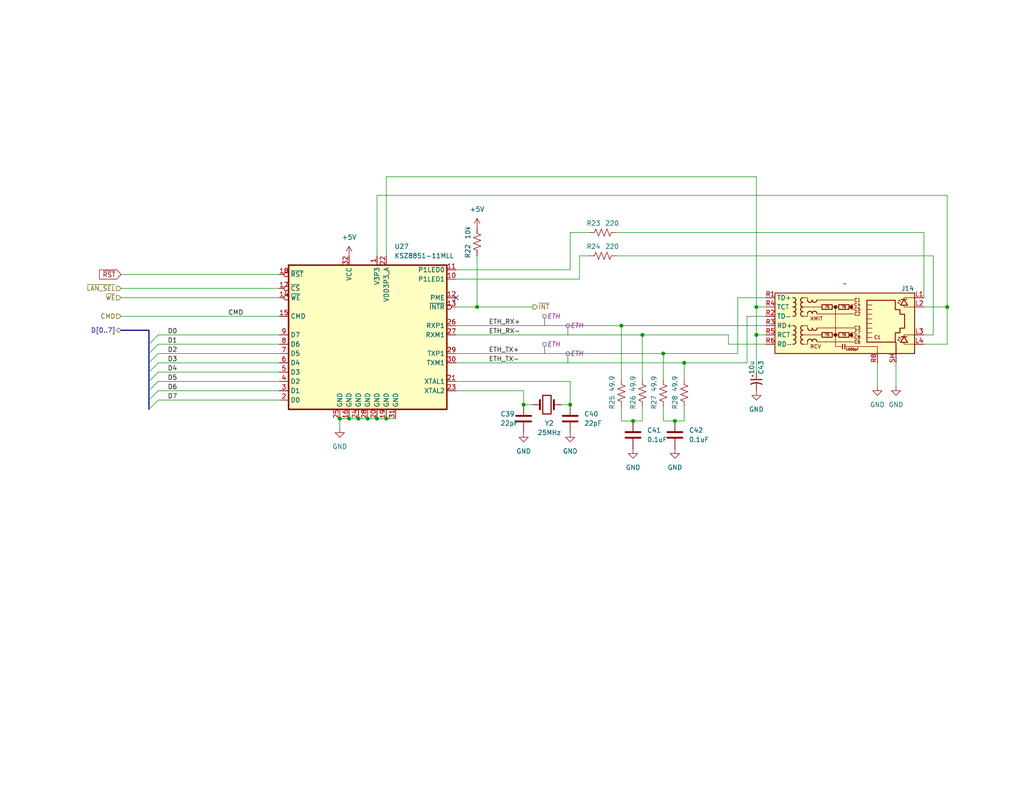
<source format=kicad_sch>
(kicad_sch (version 20231120) (generator "eeschema") (generator_version "8.0")
  (paper "A")
  (title_block (title "Anachron uATX Ethernet Interface") (date "2024-02-07") (company "Modular Circuits"))
  (lib_symbols
    (symbol "Connector:RJ45_Amphenol_RJMG1BD3B8K1ANR"
      (property "Reference" "J" (at 18.415 10.16 0))
      (property "Value" "RJ45_Amphenol_RJMG1BD3B8K1ANR" (at -19.05 10.16 0))
      (symbol "RJ45_Amphenol_RJMG1BD3B8K1ANR_0_0"
        (circle (center -1.27 -2.54) (radius 0.0001) (stroke (width 0.508)))
        (circle (center -1.27 5.08) (radius 0.0001) (stroke (width 0.508)))
        (polyline (pts (xy -1.27 5.08) (xy -1.27 -5.715)))
        (polyline (pts (xy 0.635 -5.08) (xy 0.635 -6.35)) (stroke (width 0.254)))
        (polyline (pts (xy 1.27 -5.08) (xy 1.27 -6.35)) (stroke (width 0.254)))
        (polyline (pts (xy 3.048 -2.54) (xy 2.54 -2.54)))
        (polyline (pts (xy 3.048 5.08) (xy 2.54 5.08)))
        (polyline (pts (xy 17.399 -3.175) (xy 17.399 -2.54) (xy 20.32 -2.54)))
        (polyline (pts (xy 17.399 6.985) (xy 17.399 7.62) (xy 20.32 7.62)))
        (polyline (pts (xy 20.32 -5.08) (xy 17.399 -5.08) (xy 17.399 -4.572)))
        (polyline (pts (xy 20.32 5.08) (xy 17.399 5.08) (xy 17.399 5.588)))
        (polyline (pts (xy 3.683 -1.905) (xy 3.048 -1.905) (xy 3.048 -3.175) (xy 3.683 -3.175)))
        (polyline (pts (xy 3.683 5.715) (xy 3.048 5.715) (xy 3.048 4.445) (xy 3.683 4.445)))
        (circle (center 3.048 -2.54) (radius 0.0001) (stroke (width 0.508)))
        (circle (center 3.048 5.08) (radius 0.0001) (stroke (width 0.508)))
        (text "C1" (at 4.699 6.985 0) (effects (font (size 0.889 0.889))))
        (text "C1" (at 10.16 -3.175 0) (effects (font (size 0.889 0.889))))
        (text "C2" (at 4.699 3.175 0) (effects (font (size 0.889 0.889))))
        (text "C3" (at 4.699 -0.635 0) (effects (font (size 0.889 0.889))))
        (text "C4" (at 4.699 5.715 0) (effects (font (size 0.889 0.889))))
        (text "C5" (at 4.699 4.445 0) (effects (font (size 0.889 0.889))))
        (text "C6" (at 4.699 -4.445 0) (effects (font (size 0.889 0.889))))
        (text "C7" (at 4.699 -1.905 0) (effects (font (size 0.889 0.889))))
        (text "C8" (at 4.699 -3.175 0) (effects (font (size 0.889 0.889))))
        (text "RCV" (at -8.255 -5.715 0) (effects (font (size 1.016 1.016)) (justify left)))
        (text "XMIT" (at -8.255 1.905 0) (effects (font (size 1.016 1.016)) (justify left)))
      )
      (symbol "RJ45_Amphenol_RJMG1BD3B8K1ANR_0_1"
        (rectangle (start -17.78 8.89) (end 20.32 -7.62) (stroke (width 0.254)) (fill (type background)))
        (polyline (pts (xy -12.7 -5.08) (xy -13.081 -5.08)))
        (polyline (pts (xy -12.7 -2.54) (xy -13.081 -2.54)))
        (polyline (pts (xy -12.7 0) (xy -13.081 0)))
        (polyline (pts (xy -12.7 2.54) (xy -13.081 2.54)))
        (polyline (pts (xy -12.7 5.08) (xy -13.081 5.08)))
        (polyline (pts (xy -12.7 7.62) (xy -13.081 7.62)))
        (polyline (pts (xy -6.35 -4.445) (xy 3.683 -4.445)))
        (polyline (pts (xy -6.35 3.175) (xy 3.683 3.175)))
        (polyline (pts (xy -6.35 6.985) (xy 3.683 6.985)))
        (polyline (pts (xy -6.223 -0.635) (xy 3.683 -0.635)))
        (polyline (pts (xy -5.08 -2.54) (xy -10.16 -2.54)))
        (polyline (pts (xy -4.953 5.08) (xy -10.16 5.08)))
        (polyline (pts (xy -2.159 -2.54) (xy -0.381 -2.54)))
        (polyline (pts (xy -2.159 5.08) (xy -0.381 5.08)))
        (polyline (pts (xy 0.635 -5.715) (xy -1.27 -5.715)))
        (polyline (pts (xy 7.4295 -1.9685) (xy 8.6995 -1.9685)))
        (polyline (pts (xy 7.4295 -0.6985) (xy 8.6995 -0.6985)))
        (polyline (pts (xy 7.4295 0.5715) (xy 8.6995 0.5715)))
        (polyline (pts (xy 7.4295 1.8415) (xy 8.6995 1.8415)))
        (polyline (pts (xy 7.4295 3.1115) (xy 8.6995 3.1115)))
        (polyline (pts (xy 8.6995 -3.2385) (xy 7.4295 -3.2385)))
        (polyline (pts (xy 8.6995 4.3815) (xy 7.4295 4.3815)))
        (polyline (pts (xy 8.6995 5.6515) (xy 7.4295 5.6515)))
        (polyline (pts (xy 10.16 -5.715) (xy 1.27 -5.715)))
        (polyline (pts (xy 10.16 -5.715) (xy 10.16 -7.62)))
        (polyline (pts (xy -10.16 0) (xy -8.89 0) (xy -8.89 -0.635)))
        (polyline (pts (xy -10.16 7.62) (xy -8.89 7.62) (xy -8.89 6.985)))
        (polyline (pts (xy -8.89 -4.445) (xy -8.89 -5.08) (xy -10.16 -5.08)))
        (polyline (pts (xy -8.89 3.175) (xy -8.89 2.54) (xy -10.16 2.54)))
      )
      (symbol "RJ45_Amphenol_RJMG1BD3B8K1ANR_1_0"
        (text "1000pF" (at 3.302 -6.477 0) (effects (font (size 0.635 0.635))))
      )
      (symbol "RJ45_Amphenol_RJMG1BD3B8K1ANR_1_1"
        (arc (start -12.7 -1.27) (mid -12.0677 -0.635) (end -12.7 0) (stroke (width 0.254)))
        (arc (start -12.6973 -5.08) (mid -12.065 -4.445) (end -12.6973 -3.81) (stroke (width 0.254)))
        (arc (start -12.6973 -3.81) (mid -12.065 -3.175) (end -12.6973 -2.54) (stroke (width 0.254)))
        (arc (start -12.6973 -2.54) (mid -12.065 -1.905) (end -12.6973 -1.27) (stroke (width 0.254)))
        (arc (start -12.6973 6.35) (mid -12.065 6.985) (end -12.6973 7.62) (stroke (width 0.254)))
        (arc (start -12.6946 2.54) (mid -12.0623 3.175) (end -12.6946 3.81) (stroke (width 0.254)))
        (arc (start -12.6946 3.81) (mid -12.0623 4.445) (end -12.6946 5.08) (stroke (width 0.254)))
        (arc (start -12.6946 5.08) (mid -12.0623 5.715) (end -12.6946 6.35) (stroke (width 0.254)))
        (arc (start -10.1654 -2.54) (mid -10.7977 -3.175) (end -10.1654 -3.81) (stroke (width 0.254)))
        (arc (start -10.1654 -1.27) (mid -10.7977 -1.905) (end -10.1654 -2.54) (stroke (width 0.254)))
        (arc (start -10.1654 0) (mid -10.7977 -0.635) (end -10.1654 -1.27) (stroke (width 0.254)))
        (arc (start -10.1654 5.08) (mid -10.7977 4.445) (end -10.1654 3.81) (stroke (width 0.254)))
        (arc (start -10.1654 6.35) (mid -10.7977 5.715) (end -10.1654 5.08) (stroke (width 0.254)))
        (arc (start -10.1654 7.62) (mid -10.7977 6.985) (end -10.1654 6.35) (stroke (width 0.254)))
        (arc (start -10.1627 -3.81) (mid -10.795 -4.445) (end -10.1627 -5.08) (stroke (width 0.254)))
        (arc (start -10.1627 3.81) (mid -10.795 3.175) (end -10.1627 2.54) (stroke (width 0.254)))
        (arc (start -8.89 6.9823) (mid -8.255 6.35) (end -7.62 6.9823) (stroke (width 0.254)))
        (arc (start -8.8265 -0.7012) (mid -8.1915 -1.3335) (end -7.5565 -0.7012) (stroke (width 0.254)))
        (arc (start -7.62 -4.3153) (mid -8.255 -3.683) (end -8.89 -4.3153) (stroke (width 0.254)))
        (arc (start -7.62 3.3047) (mid -8.255 3.937) (end -8.89 3.3047) (stroke (width 0.254)))
        (arc (start -7.62 6.985) (mid -6.985 6.3527) (end -6.35 6.985) (stroke (width 0.254)))
        (arc (start -7.5565 -0.6985) (mid -6.9215 -1.3308) (end -6.2865 -0.6985) (stroke (width 0.254)))
        (arc (start -6.35 -4.3126) (mid -6.985 -3.6803) (end -7.62 -4.3126) (stroke (width 0.254)))
        (arc (start -6.35 3.3074) (mid -6.985 3.9397) (end -7.62 3.3074) (stroke (width 0.254)))
        (rectangle (start -4.953 -1.905) (end -2.159 -3.175) (stroke (width 0.254)))
        (rectangle (start -4.953 5.715) (end -2.159 4.445) (stroke (width 0.254)))
        (rectangle (start -0.381 -1.905) (end 2.413 -3.175) (stroke (width 0.254)))
        (rectangle (start -0.381 5.715) (end 2.413 4.445) (stroke (width 0.254)))
        (polyline (pts (xy 15.24 -7.62) (xy 15.24 -4.572)) (stroke (width 0.254)))
        (polyline (pts (xy 15.748 -3.81) (xy 15.748 -4.064)))
        (polyline (pts (xy 15.748 6.35) (xy 15.748 6.096)))
        (polyline (pts (xy 16.002 -3.175) (xy 16.002 -3.429)))
        (polyline (pts (xy 16.002 6.985) (xy 16.002 6.731)))
        (polyline (pts (xy 16.637 -3.048) (xy 18.161 -3.048)) (stroke (width 0.254)))
        (polyline (pts (xy 16.637 7.112) (xy 18.161 7.112)) (stroke (width 0.254)))
        (polyline (pts (xy 16.256 -4.318) (xy 15.748 -3.81) (xy 16.002 -3.81)))
        (polyline (pts (xy 16.256 5.842) (xy 15.748 6.35) (xy 16.002 6.35)))
        (polyline (pts (xy 16.51 -3.683) (xy 16.002 -3.175) (xy 16.256 -3.175)))
        (polyline (pts (xy 16.51 6.477) (xy 16.002 6.985) (xy 16.256 6.985)))
        (polyline (pts (xy 16.51 -4.572) (xy 18.415 -4.572) (xy 17.399 -3.048) (xy 16.51 -4.572)) (stroke (width 0.254)))
        (polyline (pts (xy 16.51 5.588) (xy 18.415 5.588) (xy 17.399 7.112) (xy 16.51 5.588)) (stroke (width 0.254)))
        (polyline (pts (xy 7.3025 -4.5085) (xy 7.3025 6.9215) (xy 15.0495 6.9215) (xy 15.0495 4.3815) (xy 16.3195 4.3815) (xy 16.3195 3.1115) (xy 17.5895 3.1115) (xy 17.5895 -0.6985) (xy 16.3195 -0.6985) (xy 16.3195 -1.9685) (xy 15.0495 -1.9685) (xy 15.0495 -4.5085) (xy 7.3025 -4.5085)) (stroke (width 0.254)))
        (text "75" (at -3.556 -2.54 0) (effects (font (size 0.635 0.635))))
        (text "75" (at -3.556 5.08 0) (effects (font (size 0.635 0.635))))
        (text "75" (at 1.016 -2.54 0) (effects (font (size 0.635 0.635))))
        (text "75" (at 1.016 5.08 0) (effects (font (size 0.635 0.635))))
        (pin passive line (at 22.86 7.62 180) (length 2.54) (name "") (number "L1"))
        (pin passive line (at 22.86 5.08 180) (length 2.54) (name "") (number "L2"))
        (pin passive line (at 22.86 -2.54 180) (length 2.54) (name "") (number "L3"))
        (pin passive line (at 22.86 -5.08 180) (length 2.54) (name "") (number "L4"))
        (pin passive line (at -20.32 7.62 0) (length 2.54) (name "TD+") (number "R1"))
        (pin passive line (at -20.32 2.54 0) (length 2.54) (name "TD-") (number "R2"))
        (pin passive line (at -20.32 0 0) (length 2.54) (name "RD+") (number "R3"))
        (pin passive line (at -20.32 5.08 0) (length 2.54) (name "TCT") (number "R4"))
        (pin passive line (at -20.32 -2.54 0) (length 2.54) (name "RCT") (number "R5"))
        (pin passive line (at -20.32 -5.08 0) (length 2.54) (name "RD-") (number "R6"))
        (pin no_connect line (at 20.32 0 0) (length 0) hide (name "NC") (number "R7"))
        (pin power_in line (at 10.16 -10.16 90) (length 2.54) (name "") (number "R8"))
        (pin passive line (at 15.24 -10.16 90) (length 2.54) (name "") (number "SH"))
      )
    )
    (symbol "Device:C" (pin_numbers hide) (pin_names (offset 0.254))
      (property "Reference" "C" (at 0.635 2.54 0))
      (property "Value" "C" (at 0.635 -2.54 0))
      (symbol "C_0_1"
        (polyline (pts (xy -2.032 -0.762) (xy 2.032 -0.762)) (stroke (width 0.508)))
        (polyline (pts (xy -2.032 0.762) (xy 2.032 0.762)) (stroke (width 0.508)))
      )
      (symbol "C_1_1"
        (pin passive line (at 0 3.81 270) (length 2.794) (name "~") (number "1"))
        (pin passive line (at 0 -3.81 90) (length 2.794) (name "~") (number "2"))
      )
    )
    (symbol "Device:C_Polarized_Small_US" (pin_numbers hide) (pin_names (offset 0.254) hide)
      (property "Reference" "C" (at 0.254 1.778 0))
      (property "Value" "C_Polarized_Small_US" (at 0.254 -2.032 0))
      (symbol "C_Polarized_Small_US_0_1"
        (polyline (pts (xy -1.524 0.508) (xy 1.524 0.508)) (stroke (width 0.3048)))
        (polyline (pts (xy -1.27 1.524) (xy -0.762 1.524)))
        (polyline (pts (xy -1.016 1.27) (xy -1.016 1.778)))
        (arc (start 1.524 -0.762) (mid 0 -0.3734) (end -1.524 -0.762) (stroke (width 0.3048)))
      )
      (symbol "C_Polarized_Small_US_1_1"
        (pin passive line (at 0 2.54 270) (length 2.032) (name "~") (number "1"))
        (pin passive line (at 0 -2.54 90) (length 2.032) (name "~") (number "2"))
      )
    )
    (symbol "Device:Crystal" (pin_numbers hide) (pin_names (offset 1.016) hide)
      (property "Reference" "Y" (at 0 3.81 0))
      (property "Value" "Crystal" (at 0 -3.81 0))
      (symbol "Crystal_0_1"
        (rectangle (start -1.143 2.54) (end 1.143 -2.54) (stroke (width 0.3048)))
        (polyline (pts (xy -2.54 0) (xy -1.905 0)))
        (polyline (pts (xy -1.905 -1.27) (xy -1.905 1.27)) (stroke (width 0.508)))
        (polyline (pts (xy 1.905 -1.27) (xy 1.905 1.27)) (stroke (width 0.508)))
        (polyline (pts (xy 2.54 0) (xy 1.905 0)))
      )
      (symbol "Crystal_1_1"
        (pin passive line (at -3.81 0 0) (length 1.27) (name "1") (number "1"))
        (pin passive line (at 3.81 0 180) (length 1.27) (name "2") (number "2"))
      )
    )
    (symbol "Device:R_US" (pin_numbers hide) (pin_names (offset 0))
      (property "Reference" "R" (at 2.54 0 90))
      (property "Value" "R_US" (at -2.54 0 90))
      (symbol "R_US_0_1"
        (polyline (pts (xy 0 -2.286) (xy 0 -2.54)))
        (polyline (pts (xy 0 2.286) (xy 0 2.54)))
        (polyline (pts (xy 0 -0.762) (xy 1.016 -1.143) (xy 0 -1.524) (xy -1.016 -1.905) (xy 0 -2.286)))
        (polyline (pts (xy 0 0.762) (xy 1.016 0.381) (xy 0 0) (xy -1.016 -0.381) (xy 0 -0.762)))
        (polyline (pts (xy 0 2.286) (xy 1.016 1.905) (xy 0 1.524) (xy -1.016 1.143) (xy 0 0.762)))
      )
      (symbol "R_US_1_1"
        (pin passive line (at 0 3.81 270) (length 1.27) (name "~") (number "1"))
        (pin passive line (at 0 -3.81 90) (length 1.27) (name "~") (number "2"))
      )
    )
    (symbol "anachron:A1_LAN"
      (property "Reference" "U" (at 1.27 43.18 0))
      (property "Value" "A1_LAN" (at 3.81 40.64 0))
      (symbol "A1_LAN_0_0"
        (rectangle (start 0 39.37) (end 43.18 0) (stroke (width 0.41)) (fill (type background)))
        (pin power_out line (at 24.13 41.91 270) (length 2.54) (name "V3P3") (number "1"))
        (pin bidirectional line (at 45.72 35.56 180) (length 2.54) (name "P1LED1") (number "10"))
        (pin output line (at 45.72 38.1 180) (length 2.54) (name "P1LED0") (number "11"))
        (pin output line (at 45.72 30.48 180) (length 2.54) (name "PME") (number "12"))
        (pin output inverted (at 45.72 27.94 180) (length 2.54) (name "~{INTR}") (number "13"))
        (pin input inverted (at -2.54 30.48 0) (length 2.54) (name "~{WE}") (number "14"))
        (pin input line (at -2.54 25.4 0) (length 2.54) (name "CMD") (number "15"))
        (pin power_in line (at 16.51 -2.54 90) (length 2.54) (name "GND") (number "16"))
        (pin input inverted (at -2.54 33.02 0) (length 2.54) (name "~{CS}") (number "17"))
        (pin power_in line (at 26.67 -2.54 90) (length 2.54) (name "GND") (number "19"))
        (pin bidirectional line (at -2.54 2.54 0) (length 2.54) (name "D0") (number "2"))
        (pin power_in line (at 24.13 -2.54 90) (length 2.54) (name "GND") (number "20"))
        (pin input line (at 45.72 7.62 180) (length 2.54) (name "XTAL1") (number "21"))
        (pin power_out line (at 26.67 41.91 270) (length 2.54) (name "VDD3P3_A") (number "22"))
        (pin output line (at 45.72 5.08 180) (length 2.54) (name "XTAL2") (number "23"))
        (pin power_in line (at 19.05 -2.54 90) (length 2.54) (name "GND") (number "24"))
        (pin power_in line (at 13.97 -2.54 90) (length 2.54) (name "GND") (number "25"))
        (pin bidirectional line (at 45.72 22.86 180) (length 2.54) (name "RXP1") (number "26"))
        (pin bidirectional line (at 45.72 20.32 180) (length 2.54) (name "RXM1") (number "27"))
        (pin power_in line (at 21.59 -2.54 90) (length 2.54) (name "GND") (number "28"))
        (pin bidirectional line (at 45.72 15.24 180) (length 2.54) (name "TXP1") (number "29"))
        (pin bidirectional line (at -2.54 5.08 0) (length 2.54) (name "D1") (number "3"))
        (pin bidirectional line (at 45.72 12.7 180) (length 2.54) (name "TXM1") (number "30"))
        (pin power_in line (at 29.21 -2.54 90) (length 2.54) (name "GND") (number "31"))
        (pin power_in line (at 16.51 41.91 270) (length 2.54) (name "VCC") (number "32"))
        (pin bidirectional line (at -2.54 7.62 0) (length 2.54) (name "D2") (number "4"))
        (pin bidirectional line (at -2.54 10.16 0) (length 2.54) (name "D3") (number "5"))
        (pin bidirectional line (at -2.54 12.7 0) (length 2.54) (name "D4") (number "6"))
        (pin bidirectional line (at -2.54 15.24 0) (length 2.54) (name "D5") (number "7"))
        (pin bidirectional line (at -2.54 17.78 0) (length 2.54) (name "D6") (number "8"))
        (pin bidirectional line (at -2.54 20.32 0) (length 2.54) (name "D7") (number "9"))
      )
      (symbol "A1_LAN_1_0"
        (pin input inverted (at -2.54 36.83 0) (length 2.54) (name "~{RST}") (number "18"))
      )
    )
    (symbol "power:+5V" (power) (pin_names (offset 0))
      (property "Value" "+5V" (at 0 3.556 0))
      (symbol "+5V_0_1"
        (polyline (pts (xy -0.762 1.27) (xy 0 2.54)))
        (polyline (pts (xy 0 0) (xy 0 2.54)))
        (polyline (pts (xy 0 2.54) (xy 0.762 1.27)))
      )
      (symbol "+5V_1_1"
        (pin power_in line (at 0 0 90) (length 0) hide (name "+5V") (number "1"))
      )
    )
    (symbol "power:GND" (power) (pin_names (offset 0))
      (property "Value" "GND" (at 0 -3.81 0))
      (symbol "GND_0_1"
        (polyline (pts (xy 0 0) (xy 0 -1.27) (xy 1.27 -1.27) (xy 0 -2.54) (xy -1.27 -1.27) (xy 0 -1.27)))
      )
      (symbol "GND_1_1"
        (pin power_in line (at 0 0 270) (length 0) hide (name "GND") (number "1"))
      )
    )
  )
  (junction (at 186.69 99.06))
  (junction (at 92.71 114.3))
  (junction (at 105.41 114.3))
  (junction (at 100.33 114.3))
  (junction (at 175.26 91.44))
  (junction (at 206.375 91.44))
  (junction (at 142.875 110.49))
  (junction (at 130.175 83.82))
  (junction (at 184.15 114.935))
  (junction (at 155.575 110.49))
  (junction (at 206.375 83.82))
  (junction (at 169.545 88.9))
  (junction (at 172.72 114.935))
  (junction (at 97.79 114.3))
  (junction (at 180.975 96.52))
  (junction (at 258.445 83.82))
  (junction (at 95.25 114.3))
  (junction (at 102.87 114.3))
  (no_connect (at 124.46 81.28))
  (bus_entry (at 40.64 104.14) (size 2.54 -2.54))
  (bus_entry (at 40.64 109.22) (size 2.54 -2.54))
  (bus_entry (at 40.64 96.52) (size 2.54 -2.54))
  (bus_entry (at 40.64 101.6) (size 2.54 -2.54))
  (bus_entry (at 40.64 106.68) (size 2.54 -2.54))
  (bus_entry (at 40.64 93.98) (size 2.54 -2.54))
  (bus_entry (at 40.64 99.06) (size 2.54 -2.54))
  (bus_entry (at 40.64 111.76) (size 2.54 -2.54))
  (wire (pts (xy 175.26 91.44) (xy 124.46 91.44)))
  (wire (pts (xy 124.46 76.2) (xy 158.115 76.2)))
  (wire (pts (xy 124.46 104.14) (xy 155.575 104.14)))
  (wire (pts (xy 43.18 104.14) (xy 76.2 104.14)))
  (wire (pts (xy 76.2 86.36) (xy 33.02 86.36)))
  (wire (pts (xy 208.915 86.36) (xy 203.835 86.36)))
  (wire (pts (xy 252.095 83.82) (xy 258.445 83.82)))
  (wire (pts (xy 186.69 99.06) (xy 186.69 103.505)))
  (wire (pts (xy 254.635 91.44) (xy 254.635 69.85)))
  (bus (pts (xy 40.64 109.22) (xy 40.64 111.76)))
  (wire (pts (xy 201.295 81.28) (xy 208.915 81.28)))
  (wire (pts (xy 175.26 91.44) (xy 175.26 103.505)))
  (wire (pts (xy 102.87 53.34) (xy 258.445 53.34)))
  (bus (pts (xy 40.64 90.17) (xy 40.64 93.98)))
  (bus (pts (xy 40.64 106.68) (xy 40.64 109.22)))
  (wire (pts (xy 105.41 69.85) (xy 105.41 48.26)))
  (wire (pts (xy 169.545 114.935) (xy 169.545 111.125)))
  (wire (pts (xy 186.69 99.06) (xy 124.46 99.06)))
  (wire (pts (xy 158.115 69.85) (xy 160.655 69.85)))
  (wire (pts (xy 258.445 53.34) (xy 258.445 83.82)))
  (bus (pts (xy 33.02 90.17) (xy 40.64 90.17)))
  (bus (pts (xy 40.64 99.06) (xy 40.64 101.6)))
  (wire (pts (xy 105.41 48.26) (xy 206.375 48.26)))
  (wire (pts (xy 142.875 106.68) (xy 142.875 110.49)))
  (wire (pts (xy 169.545 88.9) (xy 208.915 88.9)))
  (wire (pts (xy 33.02 81.28) (xy 76.2 81.28)))
  (wire (pts (xy 33.02 74.93) (xy 76.2 74.93)))
  (wire (pts (xy 43.18 99.06) (xy 76.2 99.06)))
  (wire (pts (xy 180.975 111.125) (xy 180.975 114.935)))
  (bus (pts (xy 40.64 93.98) (xy 40.64 96.52)))
  (wire (pts (xy 158.115 76.2) (xy 158.115 69.85)))
  (wire (pts (xy 252.095 91.44) (xy 254.635 91.44)))
  (wire (pts (xy 124.46 88.9) (xy 169.545 88.9)))
  (wire (pts (xy 180.975 114.935) (xy 184.15 114.935)))
  (wire (pts (xy 206.375 83.82) (xy 206.375 91.44)))
  (wire (pts (xy 43.18 93.98) (xy 76.2 93.98)))
  (wire (pts (xy 206.375 48.26) (xy 206.375 83.82)))
  (wire (pts (xy 186.69 111.125) (xy 186.69 114.935)))
  (wire (pts (xy 180.975 96.52) (xy 201.295 96.52)))
  (wire (pts (xy 254.635 69.85) (xy 168.275 69.85)))
  (wire (pts (xy 155.575 63.5) (xy 160.655 63.5)))
  (bus (pts (xy 40.64 104.14) (xy 40.64 106.68)))
  (wire (pts (xy 130.175 83.82) (xy 145.415 83.82)))
  (wire (pts (xy 206.375 91.44) (xy 208.915 91.44)))
  (wire (pts (xy 168.275 63.5) (xy 252.095 63.5)))
  (wire (pts (xy 43.18 96.52) (xy 76.2 96.52)))
  (wire (pts (xy 244.475 99.06) (xy 244.475 105.41)))
  (wire (pts (xy 43.18 91.44) (xy 76.2 91.44)))
  (wire (pts (xy 102.87 114.3) (xy 105.41 114.3)))
  (wire (pts (xy 172.72 114.935) (xy 169.545 114.935)))
  (wire (pts (xy 258.445 83.82) (xy 258.445 93.98)))
  (wire (pts (xy 155.575 73.66) (xy 155.575 63.5)))
  (wire (pts (xy 142.875 110.49) (xy 145.415 110.49)))
  (wire (pts (xy 124.46 73.66) (xy 155.575 73.66)))
  (wire (pts (xy 124.46 106.68) (xy 142.875 106.68)))
  (wire (pts (xy 43.18 106.68) (xy 76.2 106.68)))
  (wire (pts (xy 198.755 93.98) (xy 198.755 91.44)))
  (wire (pts (xy 43.18 101.6) (xy 76.2 101.6)))
  (wire (pts (xy 203.835 99.06) (xy 186.69 99.06)))
  (wire (pts (xy 201.295 96.52) (xy 201.295 81.28)))
  (wire (pts (xy 105.41 114.3) (xy 107.95 114.3)))
  (bus (pts (xy 40.64 96.52) (xy 40.64 99.06)))
  (wire (pts (xy 169.545 88.9) (xy 169.545 103.505)))
  (wire (pts (xy 239.395 99.06) (xy 239.395 105.41)))
  (wire (pts (xy 208.915 93.98) (xy 198.755 93.98)))
  (wire (pts (xy 124.46 83.82) (xy 130.175 83.82)))
  (wire (pts (xy 175.26 111.125) (xy 175.26 114.935)))
  (wire (pts (xy 130.175 69.85) (xy 130.175 83.82)))
  (wire (pts (xy 33.02 78.74) (xy 76.2 78.74)))
  (bus (pts (xy 40.64 101.6) (xy 40.64 104.14)))
  (wire (pts (xy 43.18 109.22) (xy 76.2 109.22)))
  (wire (pts (xy 206.375 101.6) (xy 206.375 91.44)))
  (wire (pts (xy 124.46 96.52) (xy 180.975 96.52)))
  (wire (pts (xy 175.26 114.935) (xy 172.72 114.935)))
  (wire (pts (xy 97.79 114.3) (xy 100.33 114.3)))
  (wire (pts (xy 203.835 86.36) (xy 203.835 99.06)))
  (wire (pts (xy 198.755 91.44) (xy 175.26 91.44)))
  (wire (pts (xy 206.375 83.82) (xy 208.915 83.82)))
  (wire (pts (xy 153.035 110.49) (xy 155.575 110.49)))
  (wire (pts (xy 155.575 104.14) (xy 155.575 110.49)))
  (wire (pts (xy 95.25 114.3) (xy 97.79 114.3)))
  (wire (pts (xy 92.71 116.84) (xy 92.71 114.3)))
  (wire (pts (xy 180.975 96.52) (xy 180.975 103.505)))
  (wire (pts (xy 102.87 69.85) (xy 102.87 53.34)))
  (wire (pts (xy 252.095 93.98) (xy 258.445 93.98)))
  (wire (pts (xy 92.71 114.3) (xy 95.25 114.3)))
  (wire (pts (xy 252.095 63.5) (xy 252.095 81.28)))
  (wire (pts (xy 100.33 114.3) (xy 102.87 114.3)))
  (wire (pts (xy 186.69 114.935) (xy 184.15 114.935)))
  (label "D7" (at 45.72 109.22 0))
  (label "D1" (at 45.72 93.98 0))
  (label "ETH_TX-" (at 133.35 99.06 0))
  (label "ETH_RX+" (at 133.35 88.9 0))
  (label "CMD" (at 62.23 86.36 0))
  (label "ETH_RX-" (at 133.35 91.44 0))
  (label "D0" (at 45.72 91.44 0))
  (label "D2" (at 45.72 96.52 0))
  (label "D6" (at 45.72 106.68 0))
  (label "D3" (at 45.72 99.06 0))
  (label "D5" (at 45.72 104.14 0))
  (label "D4" (at 45.72 101.6 0))
  (label "ETH_TX+" (at 133.35 96.52 0))
  (global_label "~{RST}" (shape input) (at 33.02 74.93 180) (property "Intersheetrefs" "${INTERSHEET_REFS}" (effects (hide yes))))
  (hierarchical_label "~{WE}" (shape input) (at 33.02 81.28 180))
  (hierarchical_label "CMD" (shape input) (at 33.02 86.36 180))
  (hierarchical_label "D[0..7]" (shape bidirectional) (at 33.02 90.17 180))
  (hierarchical_label "~{INT}" (shape output) (at 145.415 83.82 0))
  (hierarchical_label "~{LAN_SEL}" (shape input) (at 33.02 78.74 180))
  (netclass_flag "" (length 2.54) (shape round) (at 148.59 88.9 0) (property "Netclass" "ETH" (at 149.2885 86.36 0) (effects (font (italic yes)) (justify left))))
  (netclass_flag "" (length 2.54) (shape round) (at 154.94 91.44 0) (property "Netclass" "ETH" (at 155.6385 88.9 0) (effects (font (italic yes)) (justify left))))
  (netclass_flag "" (length 2.54) (shape round) (at 154.94 99.06 0) (property "Netclass" "ETH" (at 155.6385 96.52 0) (effects (font (italic yes)) (justify left))))
  (netclass_flag "" (length 2.54) (shape round) (at 148.59 96.52 0) (property "Netclass" "ETH" (at 149.2885 93.98 0) (effects (font (italic yes)) (justify left))))
  (symbol (lib_id "Device:R_US") (at 169.545 107.315 180) (unit 1)
    (property "Reference" "R25" (at 167.005 109.855 90))
    (property "Value" "49.9" (at 167.005 104.775 90))
    (property "Footprint" "Resistor_THT:R_Axial_DIN0204_L3.6mm_D1.6mm_P5.08mm_Horizontal" (effects (hide yes)))
  )
  (symbol (lib_id "Device:R_US") (at 180.975 107.315 180) (unit 1)
    (property "Reference" "R27" (at 178.435 109.855 90))
    (property "Value" "49.9" (at 178.435 104.775 90))
    (property "Footprint" "Resistor_THT:R_Axial_DIN0204_L3.6mm_D1.6mm_P5.08mm_Horizontal" (effects (hide yes)))
  )
  (symbol (lib_id "power:GND") (at 206.375 106.68 0) (unit 1)
    (property "Reference" "#PWR0190" (effects (hide yes)))
    (property "Value" "GND" (at 206.375 111.76 0))
  )
  (symbol (lib_id "power:GND") (at 184.15 122.555 0) (unit 1)
    (property "Reference" "#PWR0189" (effects (hide yes)))
    (property "Value" "GND" (at 184.15 127.635 0))
  )
  (symbol (lib_id "Device:C_Polarized_Small_US") (at 206.375 104.14 0) (unit 1)
    (property "Reference" "C43" (at 207.645 100.33 90))
    (property "Value" "10u" (at 205.105 100.33 90))
    (property "Footprint" "Capacitor_THT:CP_Radial_D4.0mm_P2.00mm" (effects (hide yes)))
  )
  (symbol (lib_id "Device:C") (at 155.575 114.3 0) (unit 1)
    (property "Reference" "C40" (at 159.385 113.03 0) (effects (justify left)))
    (property "Value" "22pF" (at 159.385 115.57 0) (effects (justify left)))
    (property "Footprint" "Capacitor_THT:C_Disc_D3.4mm_W2.1mm_P2.50mm" (effects (hide yes)))
  )
  (symbol (lib_id "Device:R_US") (at 186.69 107.315 180) (unit 1)
    (property "Reference" "R28" (at 184.15 109.855 90))
    (property "Value" "49.9" (at 184.15 104.775 90))
    (property "Footprint" "Resistor_THT:R_Axial_DIN0204_L3.6mm_D1.6mm_P5.08mm_Horizontal" (effects (hide yes)))
  )
  (symbol (lib_id "Device:Crystal") (at 149.225 110.49 0) (unit 1)
    (property "Reference" "Y2" (at 149.86 115.57 0))
    (property "Value" "25MHz" (at 149.86 118.11 0))
    (property "Footprint" "Crystal:Crystal_HC49-U_Vertical" (effects (hide yes)))
  )
  (symbol (lib_id "Device:R_US") (at 164.465 69.85 90) (unit 1)
    (property "Reference" "R24" (at 161.925 67.31 90))
    (property "Value" "220" (at 167.005 67.31 90))
    (property "Footprint" "Resistor_THT:R_Axial_DIN0204_L3.6mm_D1.6mm_P5.08mm_Horizontal" (effects (hide yes)))
  )
  (symbol (lib_id "Device:R_US") (at 164.465 63.5 90) (unit 1)
    (property "Reference" "R23" (at 161.925 60.96 90))
    (property "Value" "220" (at 167.005 60.96 90))
    (property "Footprint" "Resistor_THT:R_Axial_DIN0204_L3.6mm_D1.6mm_P5.08mm_Horizontal" (effects (hide yes)))
  )
  (symbol (lib_id "Device:C") (at 172.72 118.745 0) (unit 1)
    (property "Reference" "C41" (at 176.53 117.475 0) (effects (justify left)))
    (property "Value" "0.1uF" (at 176.53 120.015 0) (effects (justify left)))
    (property "Footprint" "Capacitor_THT:C_Disc_D3.4mm_W2.1mm_P2.50mm" (effects (hide yes)))
    (property "mpf#" "1C25Z5U104M050B" (effects (hide yes)))
  )
  (symbol (lib_id "power:GND") (at 92.71 116.84 0) (unit 1)
    (property "Reference" "#PWR0183" (effects (hide yes)))
    (property "Value" "GND" (at 92.71 121.92 0))
  )
  (symbol (lib_id "Device:C") (at 184.15 118.745 0) (unit 1)
    (property "Reference" "C42" (at 187.96 117.475 0) (effects (justify left)))
    (property "Value" "0.1uF" (at 187.96 120.015 0) (effects (justify left)))
    (property "Footprint" "Capacitor_THT:C_Disc_D3.4mm_W2.1mm_P2.50mm" (effects (hide yes)))
    (property "mpf#" "1C25Z5U104M050B" (effects (hide yes)))
  )
  (symbol (lib_id "power:GND") (at 155.575 118.11 0) (unit 1)
    (property "Reference" "#PWR0187" (effects (hide yes)))
    (property "Value" "GND" (at 155.575 123.19 0))
  )
  (symbol (lib_id "Device:C") (at 142.875 114.3 0) (unit 1)
    (property "Reference" "C39" (at 136.525 113.03 0) (effects (justify left)))
    (property "Value" "22pF" (at 136.525 115.57 0) (effects (justify left)))
    (property "Footprint" "Capacitor_THT:C_Disc_D3.4mm_W2.1mm_P2.50mm" (effects (hide yes)))
  )
  (symbol (lib_id "power:GND") (at 239.395 105.41 0) (unit 1)
    (property "Reference" "#PWR0191" (effects (hide yes)))
    (property "Value" "GND" (at 239.395 110.49 0))
  )
  (symbol (lib_id "Device:R_US") (at 130.175 66.04 180) (unit 1)
    (property "Reference" "R22" (at 127.635 68.58 90))
    (property "Value" "10k" (at 127.635 63.5 90))
    (property "Footprint" "Resistor_THT:R_Axial_DIN0204_L3.6mm_D1.6mm_P5.08mm_Horizontal" (effects (hide yes)))
  )
  (symbol (lib_id "power:GND") (at 172.72 122.555 0) (unit 1)
    (property "Reference" "#PWR0188" (effects (hide yes)))
    (property "Value" "GND" (at 172.72 127.635 0))
  )
  (symbol (lib_id "Device:R_US") (at 175.26 107.315 180) (unit 1)
    (property "Reference" "R26" (at 172.72 109.855 90))
    (property "Value" "49.9" (at 172.72 104.775 90))
    (property "Footprint" "Resistor_THT:R_Axial_DIN0204_L3.6mm_D1.6mm_P5.08mm_Horizontal" (effects (hide yes)))
  )
  (symbol (lib_id "power:GND") (at 142.875 118.11 0) (unit 1)
    (property "Reference" "#PWR0186" (effects (hide yes)))
    (property "Value" "GND" (at 142.875 123.19 0))
  )
  (symbol (lib_id "power:+5V") (at 95.25 69.85 0) (unit 1)
    (property "Reference" "#PWR0184" (effects (hide yes)))
    (property "Value" "+5V" (at 95.25 64.77 0))
  )
  (symbol (lib_id "power:+5V") (at 130.175 62.23 0) (unit 1)
    (property "Reference" "#PWR0185" (effects (hide yes)))
    (property "Value" "+5V" (at 130.175 57.15 0))
  )
  (symbol (lib_id "power:GND") (at 244.475 105.41 0) (unit 1)
    (property "Reference" "#PWR0192" (effects (hide yes)))
    (property "Value" "GND" (at 244.475 110.49 0))
  )
  (symbol (lib_id "Connector:RJ45_Amphenol_RJMG1BD3B8K1ANR") (at 229.235 88.9 0) (unit 1)
    (property "Reference" "J14" (at 247.65 78.74 0))
    (property "Value" "~" (at 230.505 77.47 0))
    (property "Footprint" "anachron:ARJM11D7-009-AB-EW2" (effects (hide yes)))
    (property "Datasheet" "https://abracon.com/Magnetics/ARJM11.pdf" (effects (hide yes)))
    (property "mpf#" "ARJM11D7-009-AB-EW2" (effects (hide yes)))
  )
  (symbol (lib_id "anachron:A1_LAN") (at 78.74 111.76 0) (unit 1)
    (property "Reference" "U27" (at 107.6041 67.31 0) (effects (justify left)))
    (property "Value" "KSZ8851-11MLL" (at 107.6041 69.85 0) (effects (justify left)))
    (property "Footprint" "Package_DIP:DIP-32_W15.24mm_LongPads" (effects (hide yes)))
    (property "Datasheet" "https://ww1.microchip.com/downloads/aemDocuments/documents/OTH/ProductDocuments/DataSheets/KSZ8851-16MLL-Single-Port-Ethernet-MAC-Controller-with-8-Bit-or-16-Bit-Non-PCI-Interface-DS00002357B.pdf" (effects (hide yes)))
  )
)
</source>
